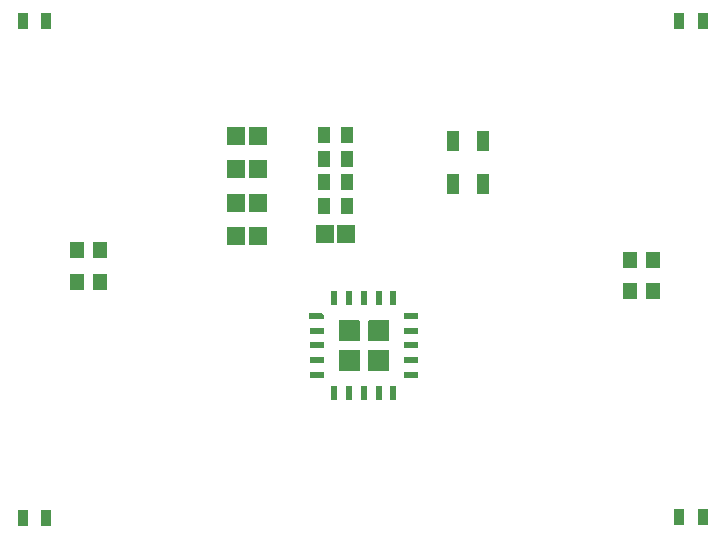
<source format=gtp>
G04*
G04 #@! TF.GenerationSoftware,Altium Limited,Altium Designer,22.3.1 (43)*
G04*
G04 Layer_Color=8421504*
%FSLAX25Y25*%
%MOIN*%
G70*
G04*
G04 #@! TF.SameCoordinates,0A308F34-88F0-47DF-8954-E72232A12325*
G04*
G04*
G04 #@! TF.FilePolarity,Positive*
G04*
G01*
G75*
%ADD15R,0.05924X0.06127*%
%ADD16R,0.03543X0.05512*%
%ADD17R,0.04953X0.05756*%
G04:AMPARAMS|DCode=18|XSize=49.21mil|YSize=21.65mil|CornerRadius=0mil|HoleSize=0mil|Usage=FLASHONLY|Rotation=0.000|XOffset=0mil|YOffset=0mil|HoleType=Round|Shape=RoundedRectangle|*
%AMROUNDEDRECTD18*
21,1,0.04921,0.02165,0,0,0.0*
21,1,0.04921,0.02165,0,0,0.0*
1,1,0.00000,0.02461,-0.01083*
1,1,0.00000,-0.02461,-0.01083*
1,1,0.00000,-0.02461,0.01083*
1,1,0.00000,0.02461,0.01083*
%
%ADD18ROUNDEDRECTD18*%
G04:AMPARAMS|DCode=19|XSize=49.21mil|YSize=21.65mil|CornerRadius=0mil|HoleSize=0mil|Usage=FLASHONLY|Rotation=90.000|XOffset=0mil|YOffset=0mil|HoleType=Round|Shape=RoundedRectangle|*
%AMROUNDEDRECTD19*
21,1,0.04921,0.02165,0,0,90.0*
21,1,0.04921,0.02165,0,0,90.0*
1,1,0.00000,0.01083,0.02461*
1,1,0.00000,0.01083,-0.02461*
1,1,0.00000,-0.01083,-0.02461*
1,1,0.00000,-0.01083,0.02461*
%
%ADD19ROUNDEDRECTD19*%
%ADD20R,0.04134X0.05512*%
%ADD21R,0.04134X0.07087*%
G36*
X124507Y78339D02*
Y76871D01*
X119587D01*
Y79035D01*
X123812D01*
X124507Y78339D01*
D02*
G37*
G36*
X146089Y76515D02*
X146200Y76405D01*
X146260Y76260D01*
X146260Y76182D01*
X146260Y76182D01*
Y69882D01*
X146260Y69804D01*
X146200Y69659D01*
X146089Y69548D01*
X145944Y69489D01*
X145866Y69489D01*
X145866Y69489D01*
X139567Y69488D01*
X139489Y69488D01*
X139344Y69548D01*
X139233Y69659D01*
X139173Y69804D01*
X139173Y69882D01*
Y76181D01*
X139173Y76260D01*
X139233Y76404D01*
X139344Y76515D01*
X139489Y76575D01*
X139567Y76575D01*
X139567Y76575D01*
X145866Y76575D01*
X145944Y76575D01*
X146089Y76515D01*
D02*
G37*
G36*
X129724Y76575D02*
X129724Y76575D01*
X136023D01*
X136101Y76575D01*
X136246Y76515D01*
X136357Y76404D01*
X136417Y76259D01*
X136417Y76181D01*
X136417Y76181D01*
X136417Y69882D01*
X136417Y69804D01*
X136357Y69659D01*
X136247Y69548D01*
X136102Y69488D01*
X136023Y69488D01*
X129724D01*
X129646Y69488D01*
X129501Y69548D01*
X129390Y69659D01*
X129331Y69804D01*
X129331Y69882D01*
Y69882D01*
X129330Y76181D01*
X129330Y76259D01*
X129390Y76404D01*
X129501Y76515D01*
X129646Y76575D01*
X129724Y76575D01*
D02*
G37*
G36*
X146089Y66672D02*
X146200Y66562D01*
X146260Y66417D01*
X146260Y66338D01*
X146260Y66338D01*
X146260Y60039D01*
X146260Y59961D01*
X146200Y59816D01*
X146090Y59706D01*
X145945Y59646D01*
X145867Y59646D01*
X145867Y59646D01*
X139567Y59646D01*
X139489Y59646D01*
X139344Y59706D01*
X139234Y59816D01*
X139174Y59961D01*
X139174Y60040D01*
X139174Y60040D01*
X139173Y66338D01*
X139173Y66417D01*
X139233Y66562D01*
X139344Y66672D01*
X139489Y66732D01*
X139567Y66732D01*
X139567Y66732D01*
X145866Y66732D01*
X145945Y66732D01*
X146089Y66672D01*
D02*
G37*
G36*
X136247Y66672D02*
X136357Y66562D01*
X136417Y66417D01*
X136417Y66338D01*
X136417Y66338D01*
X136417Y60039D01*
X136417Y59961D01*
X136357Y59816D01*
X136247Y59705D01*
X136102Y59645D01*
X136023Y59645D01*
X136023D01*
X129725Y59645D01*
X129646Y59645D01*
X129501Y59705D01*
X129391Y59816D01*
X129331Y59961D01*
X129331Y60039D01*
X129331Y60039D01*
X129331Y66338D01*
X129331Y66417D01*
X129391Y66561D01*
X129501Y66672D01*
X129646Y66732D01*
X129725Y66732D01*
X129725Y66732D01*
X136023Y66732D01*
X136102Y66732D01*
X136247Y66672D01*
D02*
G37*
D15*
X124800Y105118D02*
D03*
X131893D02*
D03*
X95272Y137795D02*
D03*
X102365D02*
D03*
X95272Y126772D02*
D03*
X102365D02*
D03*
X95272Y115748D02*
D03*
X102365D02*
D03*
X95276Y104724D02*
D03*
X102368D02*
D03*
D16*
X250787Y176378D02*
D03*
X242913D02*
D03*
X250787Y11024D02*
D03*
X242913D02*
D03*
X24016Y10630D02*
D03*
X31890D02*
D03*
X24016Y176378D02*
D03*
X31890D02*
D03*
D17*
X234161Y86221D02*
D03*
X226468D02*
D03*
X234161Y96457D02*
D03*
X226468D02*
D03*
X42217Y100000D02*
D03*
X49909D02*
D03*
X42217Y89370D02*
D03*
X49909D02*
D03*
D18*
X153543Y58268D02*
D03*
Y63189D02*
D03*
Y68110D02*
D03*
Y73032D02*
D03*
Y77953D02*
D03*
X122047Y73032D02*
D03*
Y68110D02*
D03*
Y63189D02*
D03*
Y58268D02*
D03*
D19*
X147638Y83858D02*
D03*
X142717D02*
D03*
X137795D02*
D03*
X132874D02*
D03*
X127953D02*
D03*
Y52362D02*
D03*
X132874D02*
D03*
X137795D02*
D03*
X142717D02*
D03*
X147638D02*
D03*
D20*
X132087Y138189D02*
D03*
X124606D02*
D03*
X132087Y130315D02*
D03*
X124606D02*
D03*
X132087Y122441D02*
D03*
X124606D02*
D03*
X132087Y114567D02*
D03*
X124606D02*
D03*
D21*
X167421Y122047D02*
D03*
X177461D02*
D03*
X167421Y136221D02*
D03*
X177461D02*
D03*
M02*

</source>
